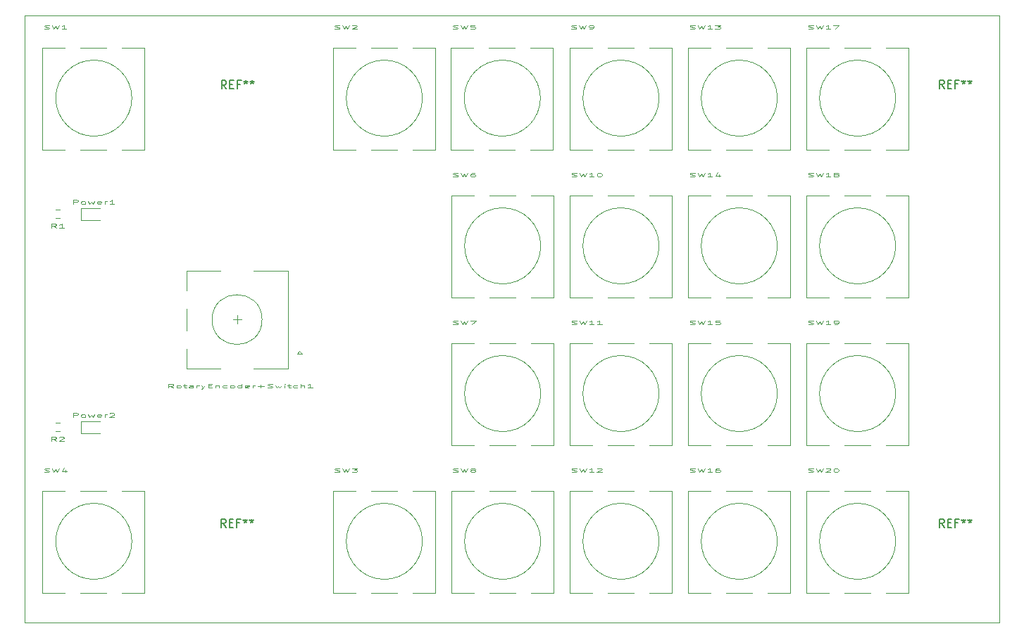
<source format=gbr>
%TF.GenerationSoftware,KiCad,Pcbnew,(6.0.7)*%
%TF.CreationDate,2022-10-17T13:11:33-04:00*%
%TF.ProjectId,FrontPanel,46726f6e-7450-4616-9e65-6c2e6b696361,rev?*%
%TF.SameCoordinates,Original*%
%TF.FileFunction,Legend,Top*%
%TF.FilePolarity,Positive*%
%FSLAX46Y46*%
G04 Gerber Fmt 4.6, Leading zero omitted, Abs format (unit mm)*
G04 Created by KiCad (PCBNEW (6.0.7)) date 2022-10-17 13:11:33*
%MOMM*%
%LPD*%
G01*
G04 APERTURE LIST*
%TA.AperFunction,Profile*%
%ADD10C,0.100000*%
%TD*%
%ADD11C,0.125000*%
%ADD12C,0.150000*%
%ADD13C,0.120000*%
G04 APERTURE END LIST*
D10*
X156870400Y-13335000D02*
X274066000Y-13335000D01*
X274066000Y-13335000D02*
X274066000Y-86360000D01*
X274066000Y-86360000D02*
X156870400Y-86360000D01*
X156870400Y-86360000D02*
X156870400Y-13335000D01*
D11*
%TO.C,SW10*%
X222624876Y-32714380D02*
X222767733Y-32738190D01*
X223005828Y-32738190D01*
X223101066Y-32714380D01*
X223148685Y-32690571D01*
X223196304Y-32642952D01*
X223196304Y-32595333D01*
X223148685Y-32547714D01*
X223101066Y-32523904D01*
X223005828Y-32500095D01*
X222815352Y-32476285D01*
X222720114Y-32452476D01*
X222672495Y-32428666D01*
X222624876Y-32381047D01*
X222624876Y-32333428D01*
X222672495Y-32285809D01*
X222720114Y-32262000D01*
X222815352Y-32238190D01*
X223053447Y-32238190D01*
X223196304Y-32262000D01*
X223529638Y-32238190D02*
X223767733Y-32738190D01*
X223958209Y-32381047D01*
X224148685Y-32738190D01*
X224386780Y-32238190D01*
X225291542Y-32738190D02*
X224720114Y-32738190D01*
X225005828Y-32738190D02*
X225005828Y-32238190D01*
X224910590Y-32309619D01*
X224815352Y-32357238D01*
X224720114Y-32381047D01*
X225910590Y-32238190D02*
X226005828Y-32238190D01*
X226101066Y-32262000D01*
X226148685Y-32285809D01*
X226196304Y-32333428D01*
X226243923Y-32428666D01*
X226243923Y-32547714D01*
X226196304Y-32642952D01*
X226148685Y-32690571D01*
X226101066Y-32714380D01*
X226005828Y-32738190D01*
X225910590Y-32738190D01*
X225815352Y-32714380D01*
X225767733Y-32690571D01*
X225720114Y-32642952D01*
X225672495Y-32547714D01*
X225672495Y-32428666D01*
X225720114Y-32333428D01*
X225767733Y-32285809D01*
X225815352Y-32262000D01*
X225910590Y-32238190D01*
%TO.C,SW13*%
X236848876Y-14934380D02*
X236991733Y-14958190D01*
X237229828Y-14958190D01*
X237325066Y-14934380D01*
X237372685Y-14910571D01*
X237420304Y-14862952D01*
X237420304Y-14815333D01*
X237372685Y-14767714D01*
X237325066Y-14743904D01*
X237229828Y-14720095D01*
X237039352Y-14696285D01*
X236944114Y-14672476D01*
X236896495Y-14648666D01*
X236848876Y-14601047D01*
X236848876Y-14553428D01*
X236896495Y-14505809D01*
X236944114Y-14482000D01*
X237039352Y-14458190D01*
X237277447Y-14458190D01*
X237420304Y-14482000D01*
X237753638Y-14458190D02*
X237991733Y-14958190D01*
X238182209Y-14601047D01*
X238372685Y-14958190D01*
X238610780Y-14458190D01*
X239515542Y-14958190D02*
X238944114Y-14958190D01*
X239229828Y-14958190D02*
X239229828Y-14458190D01*
X239134590Y-14529619D01*
X239039352Y-14577238D01*
X238944114Y-14601047D01*
X239848876Y-14458190D02*
X240467923Y-14458190D01*
X240134590Y-14648666D01*
X240277447Y-14648666D01*
X240372685Y-14672476D01*
X240420304Y-14696285D01*
X240467923Y-14743904D01*
X240467923Y-14862952D01*
X240420304Y-14910571D01*
X240372685Y-14934380D01*
X240277447Y-14958190D01*
X239991733Y-14958190D01*
X239896495Y-14934380D01*
X239848876Y-14910571D01*
%TO.C,SW7*%
X208369066Y-50494380D02*
X208511923Y-50518190D01*
X208750019Y-50518190D01*
X208845257Y-50494380D01*
X208892876Y-50470571D01*
X208940495Y-50422952D01*
X208940495Y-50375333D01*
X208892876Y-50327714D01*
X208845257Y-50303904D01*
X208750019Y-50280095D01*
X208559542Y-50256285D01*
X208464304Y-50232476D01*
X208416685Y-50208666D01*
X208369066Y-50161047D01*
X208369066Y-50113428D01*
X208416685Y-50065809D01*
X208464304Y-50042000D01*
X208559542Y-50018190D01*
X208797638Y-50018190D01*
X208940495Y-50042000D01*
X209273828Y-50018190D02*
X209511923Y-50518190D01*
X209702400Y-50161047D01*
X209892876Y-50518190D01*
X210130971Y-50018190D01*
X210416685Y-50018190D02*
X211083352Y-50018190D01*
X210654780Y-50518190D01*
%TO.C,SW5*%
X208329066Y-14934380D02*
X208471923Y-14958190D01*
X208710019Y-14958190D01*
X208805257Y-14934380D01*
X208852876Y-14910571D01*
X208900495Y-14862952D01*
X208900495Y-14815333D01*
X208852876Y-14767714D01*
X208805257Y-14743904D01*
X208710019Y-14720095D01*
X208519542Y-14696285D01*
X208424304Y-14672476D01*
X208376685Y-14648666D01*
X208329066Y-14601047D01*
X208329066Y-14553428D01*
X208376685Y-14505809D01*
X208424304Y-14482000D01*
X208519542Y-14458190D01*
X208757638Y-14458190D01*
X208900495Y-14482000D01*
X209233828Y-14458190D02*
X209471923Y-14958190D01*
X209662400Y-14601047D01*
X209852876Y-14958190D01*
X210090971Y-14458190D01*
X210948114Y-14458190D02*
X210471923Y-14458190D01*
X210424304Y-14696285D01*
X210471923Y-14672476D01*
X210567161Y-14648666D01*
X210805257Y-14648666D01*
X210900495Y-14672476D01*
X210948114Y-14696285D01*
X210995733Y-14743904D01*
X210995733Y-14862952D01*
X210948114Y-14910571D01*
X210900495Y-14934380D01*
X210805257Y-14958190D01*
X210567161Y-14958190D01*
X210471923Y-14934380D01*
X210424304Y-14910571D01*
%TO.C,SW15*%
X236848876Y-50494380D02*
X236991733Y-50518190D01*
X237229828Y-50518190D01*
X237325066Y-50494380D01*
X237372685Y-50470571D01*
X237420304Y-50422952D01*
X237420304Y-50375333D01*
X237372685Y-50327714D01*
X237325066Y-50303904D01*
X237229828Y-50280095D01*
X237039352Y-50256285D01*
X236944114Y-50232476D01*
X236896495Y-50208666D01*
X236848876Y-50161047D01*
X236848876Y-50113428D01*
X236896495Y-50065809D01*
X236944114Y-50042000D01*
X237039352Y-50018190D01*
X237277447Y-50018190D01*
X237420304Y-50042000D01*
X237753638Y-50018190D02*
X237991733Y-50518190D01*
X238182209Y-50161047D01*
X238372685Y-50518190D01*
X238610780Y-50018190D01*
X239515542Y-50518190D02*
X238944114Y-50518190D01*
X239229828Y-50518190D02*
X239229828Y-50018190D01*
X239134590Y-50089619D01*
X239039352Y-50137238D01*
X238944114Y-50161047D01*
X240420304Y-50018190D02*
X239944114Y-50018190D01*
X239896495Y-50256285D01*
X239944114Y-50232476D01*
X240039352Y-50208666D01*
X240277447Y-50208666D01*
X240372685Y-50232476D01*
X240420304Y-50256285D01*
X240467923Y-50303904D01*
X240467923Y-50422952D01*
X240420304Y-50470571D01*
X240372685Y-50494380D01*
X240277447Y-50518190D01*
X240039352Y-50518190D01*
X239944114Y-50494380D01*
X239896495Y-50470571D01*
%TO.C,SW17*%
X251072876Y-14934380D02*
X251215733Y-14958190D01*
X251453828Y-14958190D01*
X251549066Y-14934380D01*
X251596685Y-14910571D01*
X251644304Y-14862952D01*
X251644304Y-14815333D01*
X251596685Y-14767714D01*
X251549066Y-14743904D01*
X251453828Y-14720095D01*
X251263352Y-14696285D01*
X251168114Y-14672476D01*
X251120495Y-14648666D01*
X251072876Y-14601047D01*
X251072876Y-14553428D01*
X251120495Y-14505809D01*
X251168114Y-14482000D01*
X251263352Y-14458190D01*
X251501447Y-14458190D01*
X251644304Y-14482000D01*
X251977638Y-14458190D02*
X252215733Y-14958190D01*
X252406209Y-14601047D01*
X252596685Y-14958190D01*
X252834780Y-14458190D01*
X253739542Y-14958190D02*
X253168114Y-14958190D01*
X253453828Y-14958190D02*
X253453828Y-14458190D01*
X253358590Y-14529619D01*
X253263352Y-14577238D01*
X253168114Y-14601047D01*
X254072876Y-14458190D02*
X254739542Y-14458190D01*
X254310971Y-14958190D01*
%TO.C,SW6*%
X208369066Y-32714380D02*
X208511923Y-32738190D01*
X208750019Y-32738190D01*
X208845257Y-32714380D01*
X208892876Y-32690571D01*
X208940495Y-32642952D01*
X208940495Y-32595333D01*
X208892876Y-32547714D01*
X208845257Y-32523904D01*
X208750019Y-32500095D01*
X208559542Y-32476285D01*
X208464304Y-32452476D01*
X208416685Y-32428666D01*
X208369066Y-32381047D01*
X208369066Y-32333428D01*
X208416685Y-32285809D01*
X208464304Y-32262000D01*
X208559542Y-32238190D01*
X208797638Y-32238190D01*
X208940495Y-32262000D01*
X209273828Y-32238190D02*
X209511923Y-32738190D01*
X209702400Y-32381047D01*
X209892876Y-32738190D01*
X210130971Y-32238190D01*
X210940495Y-32238190D02*
X210750019Y-32238190D01*
X210654780Y-32262000D01*
X210607161Y-32285809D01*
X210511923Y-32357238D01*
X210464304Y-32452476D01*
X210464304Y-32642952D01*
X210511923Y-32690571D01*
X210559542Y-32714380D01*
X210654780Y-32738190D01*
X210845257Y-32738190D01*
X210940495Y-32714380D01*
X210988114Y-32690571D01*
X211035733Y-32642952D01*
X211035733Y-32523904D01*
X210988114Y-32476285D01*
X210940495Y-32452476D01*
X210845257Y-32428666D01*
X210654780Y-32428666D01*
X210559542Y-32452476D01*
X210511923Y-32476285D01*
X210464304Y-32523904D01*
%TO.C,SW18*%
X251072876Y-32714380D02*
X251215733Y-32738190D01*
X251453828Y-32738190D01*
X251549066Y-32714380D01*
X251596685Y-32690571D01*
X251644304Y-32642952D01*
X251644304Y-32595333D01*
X251596685Y-32547714D01*
X251549066Y-32523904D01*
X251453828Y-32500095D01*
X251263352Y-32476285D01*
X251168114Y-32452476D01*
X251120495Y-32428666D01*
X251072876Y-32381047D01*
X251072876Y-32333428D01*
X251120495Y-32285809D01*
X251168114Y-32262000D01*
X251263352Y-32238190D01*
X251501447Y-32238190D01*
X251644304Y-32262000D01*
X251977638Y-32238190D02*
X252215733Y-32738190D01*
X252406209Y-32381047D01*
X252596685Y-32738190D01*
X252834780Y-32238190D01*
X253739542Y-32738190D02*
X253168114Y-32738190D01*
X253453828Y-32738190D02*
X253453828Y-32238190D01*
X253358590Y-32309619D01*
X253263352Y-32357238D01*
X253168114Y-32381047D01*
X254310971Y-32452476D02*
X254215733Y-32428666D01*
X254168114Y-32404857D01*
X254120495Y-32357238D01*
X254120495Y-32333428D01*
X254168114Y-32285809D01*
X254215733Y-32262000D01*
X254310971Y-32238190D01*
X254501447Y-32238190D01*
X254596685Y-32262000D01*
X254644304Y-32285809D01*
X254691923Y-32333428D01*
X254691923Y-32357238D01*
X254644304Y-32404857D01*
X254596685Y-32428666D01*
X254501447Y-32452476D01*
X254310971Y-32452476D01*
X254215733Y-32476285D01*
X254168114Y-32500095D01*
X254120495Y-32547714D01*
X254120495Y-32642952D01*
X254168114Y-32690571D01*
X254215733Y-32714380D01*
X254310971Y-32738190D01*
X254501447Y-32738190D01*
X254596685Y-32714380D01*
X254644304Y-32690571D01*
X254691923Y-32642952D01*
X254691923Y-32547714D01*
X254644304Y-32500095D01*
X254596685Y-32476285D01*
X254501447Y-32452476D01*
%TO.C,SW20*%
X251072876Y-68274380D02*
X251215733Y-68298190D01*
X251453828Y-68298190D01*
X251549066Y-68274380D01*
X251596685Y-68250571D01*
X251644304Y-68202952D01*
X251644304Y-68155333D01*
X251596685Y-68107714D01*
X251549066Y-68083904D01*
X251453828Y-68060095D01*
X251263352Y-68036285D01*
X251168114Y-68012476D01*
X251120495Y-67988666D01*
X251072876Y-67941047D01*
X251072876Y-67893428D01*
X251120495Y-67845809D01*
X251168114Y-67822000D01*
X251263352Y-67798190D01*
X251501447Y-67798190D01*
X251644304Y-67822000D01*
X251977638Y-67798190D02*
X252215733Y-68298190D01*
X252406209Y-67941047D01*
X252596685Y-68298190D01*
X252834780Y-67798190D01*
X253168114Y-67845809D02*
X253215733Y-67822000D01*
X253310971Y-67798190D01*
X253549066Y-67798190D01*
X253644304Y-67822000D01*
X253691923Y-67845809D01*
X253739542Y-67893428D01*
X253739542Y-67941047D01*
X253691923Y-68012476D01*
X253120495Y-68298190D01*
X253739542Y-68298190D01*
X254358590Y-67798190D02*
X254453828Y-67798190D01*
X254549066Y-67822000D01*
X254596685Y-67845809D01*
X254644304Y-67893428D01*
X254691923Y-67988666D01*
X254691923Y-68107714D01*
X254644304Y-68202952D01*
X254596685Y-68250571D01*
X254549066Y-68274380D01*
X254453828Y-68298190D01*
X254358590Y-68298190D01*
X254263352Y-68274380D01*
X254215733Y-68250571D01*
X254168114Y-68202952D01*
X254120495Y-68107714D01*
X254120495Y-67988666D01*
X254168114Y-67893428D01*
X254215733Y-67845809D01*
X254263352Y-67822000D01*
X254358590Y-67798190D01*
%TO.C,SW3*%
X194145066Y-68274380D02*
X194287923Y-68298190D01*
X194526019Y-68298190D01*
X194621257Y-68274380D01*
X194668876Y-68250571D01*
X194716495Y-68202952D01*
X194716495Y-68155333D01*
X194668876Y-68107714D01*
X194621257Y-68083904D01*
X194526019Y-68060095D01*
X194335542Y-68036285D01*
X194240304Y-68012476D01*
X194192685Y-67988666D01*
X194145066Y-67941047D01*
X194145066Y-67893428D01*
X194192685Y-67845809D01*
X194240304Y-67822000D01*
X194335542Y-67798190D01*
X194573638Y-67798190D01*
X194716495Y-67822000D01*
X195049828Y-67798190D02*
X195287923Y-68298190D01*
X195478400Y-67941047D01*
X195668876Y-68298190D01*
X195906971Y-67798190D01*
X196192685Y-67798190D02*
X196811733Y-67798190D01*
X196478400Y-67988666D01*
X196621257Y-67988666D01*
X196716495Y-68012476D01*
X196764114Y-68036285D01*
X196811733Y-68083904D01*
X196811733Y-68202952D01*
X196764114Y-68250571D01*
X196716495Y-68274380D01*
X196621257Y-68298190D01*
X196335542Y-68298190D01*
X196240304Y-68274380D01*
X196192685Y-68250571D01*
%TO.C,SW9*%
X222593066Y-14934380D02*
X222735923Y-14958190D01*
X222974019Y-14958190D01*
X223069257Y-14934380D01*
X223116876Y-14910571D01*
X223164495Y-14862952D01*
X223164495Y-14815333D01*
X223116876Y-14767714D01*
X223069257Y-14743904D01*
X222974019Y-14720095D01*
X222783542Y-14696285D01*
X222688304Y-14672476D01*
X222640685Y-14648666D01*
X222593066Y-14601047D01*
X222593066Y-14553428D01*
X222640685Y-14505809D01*
X222688304Y-14482000D01*
X222783542Y-14458190D01*
X223021638Y-14458190D01*
X223164495Y-14482000D01*
X223497828Y-14458190D02*
X223735923Y-14958190D01*
X223926400Y-14601047D01*
X224116876Y-14958190D01*
X224354971Y-14458190D01*
X224783542Y-14958190D02*
X224974019Y-14958190D01*
X225069257Y-14934380D01*
X225116876Y-14910571D01*
X225212114Y-14839142D01*
X225259733Y-14743904D01*
X225259733Y-14553428D01*
X225212114Y-14505809D01*
X225164495Y-14482000D01*
X225069257Y-14458190D01*
X224878780Y-14458190D01*
X224783542Y-14482000D01*
X224735923Y-14505809D01*
X224688304Y-14553428D01*
X224688304Y-14672476D01*
X224735923Y-14720095D01*
X224783542Y-14743904D01*
X224878780Y-14767714D01*
X225069257Y-14767714D01*
X225164495Y-14743904D01*
X225212114Y-14720095D01*
X225259733Y-14672476D01*
%TO.C,R1*%
X160640733Y-38867190D02*
X160307400Y-38629095D01*
X160069304Y-38867190D02*
X160069304Y-38367190D01*
X160450257Y-38367190D01*
X160545495Y-38391000D01*
X160593114Y-38414809D01*
X160640733Y-38462428D01*
X160640733Y-38533857D01*
X160593114Y-38581476D01*
X160545495Y-38605285D01*
X160450257Y-38629095D01*
X160069304Y-38629095D01*
X161593114Y-38867190D02*
X161021685Y-38867190D01*
X161307400Y-38867190D02*
X161307400Y-38367190D01*
X161212161Y-38438619D01*
X161116923Y-38486238D01*
X161021685Y-38510047D01*
%TO.C,SW14*%
X236848876Y-32714380D02*
X236991733Y-32738190D01*
X237229828Y-32738190D01*
X237325066Y-32714380D01*
X237372685Y-32690571D01*
X237420304Y-32642952D01*
X237420304Y-32595333D01*
X237372685Y-32547714D01*
X237325066Y-32523904D01*
X237229828Y-32500095D01*
X237039352Y-32476285D01*
X236944114Y-32452476D01*
X236896495Y-32428666D01*
X236848876Y-32381047D01*
X236848876Y-32333428D01*
X236896495Y-32285809D01*
X236944114Y-32262000D01*
X237039352Y-32238190D01*
X237277447Y-32238190D01*
X237420304Y-32262000D01*
X237753638Y-32238190D02*
X237991733Y-32738190D01*
X238182209Y-32381047D01*
X238372685Y-32738190D01*
X238610780Y-32238190D01*
X239515542Y-32738190D02*
X238944114Y-32738190D01*
X239229828Y-32738190D02*
X239229828Y-32238190D01*
X239134590Y-32309619D01*
X239039352Y-32357238D01*
X238944114Y-32381047D01*
X240372685Y-32404857D02*
X240372685Y-32738190D01*
X240134590Y-32214380D02*
X239896495Y-32571523D01*
X240515542Y-32571523D01*
%TO.C,Power1*%
X162673019Y-36007190D02*
X162673019Y-35507190D01*
X163053971Y-35507190D01*
X163149209Y-35531000D01*
X163196828Y-35554809D01*
X163244447Y-35602428D01*
X163244447Y-35673857D01*
X163196828Y-35721476D01*
X163149209Y-35745285D01*
X163053971Y-35769095D01*
X162673019Y-35769095D01*
X163815876Y-36007190D02*
X163720638Y-35983380D01*
X163673019Y-35959571D01*
X163625400Y-35911952D01*
X163625400Y-35769095D01*
X163673019Y-35721476D01*
X163720638Y-35697666D01*
X163815876Y-35673857D01*
X163958733Y-35673857D01*
X164053971Y-35697666D01*
X164101590Y-35721476D01*
X164149209Y-35769095D01*
X164149209Y-35911952D01*
X164101590Y-35959571D01*
X164053971Y-35983380D01*
X163958733Y-36007190D01*
X163815876Y-36007190D01*
X164482542Y-35673857D02*
X164673019Y-36007190D01*
X164863495Y-35769095D01*
X165053971Y-36007190D01*
X165244447Y-35673857D01*
X166006352Y-35983380D02*
X165911114Y-36007190D01*
X165720638Y-36007190D01*
X165625400Y-35983380D01*
X165577780Y-35935761D01*
X165577780Y-35745285D01*
X165625400Y-35697666D01*
X165720638Y-35673857D01*
X165911114Y-35673857D01*
X166006352Y-35697666D01*
X166053971Y-35745285D01*
X166053971Y-35792904D01*
X165577780Y-35840523D01*
X166482542Y-36007190D02*
X166482542Y-35673857D01*
X166482542Y-35769095D02*
X166530161Y-35721476D01*
X166577780Y-35697666D01*
X166673019Y-35673857D01*
X166768257Y-35673857D01*
X167625400Y-36007190D02*
X167053971Y-36007190D01*
X167339685Y-36007190D02*
X167339685Y-35507190D01*
X167244447Y-35578619D01*
X167149209Y-35626238D01*
X167053971Y-35650047D01*
D12*
%TO.C,REF\u002A\u002A*%
X267398666Y-22076380D02*
X267065333Y-21600190D01*
X266827238Y-22076380D02*
X266827238Y-21076380D01*
X267208190Y-21076380D01*
X267303428Y-21124000D01*
X267351047Y-21171619D01*
X267398666Y-21266857D01*
X267398666Y-21409714D01*
X267351047Y-21504952D01*
X267303428Y-21552571D01*
X267208190Y-21600190D01*
X266827238Y-21600190D01*
X267827238Y-21552571D02*
X268160571Y-21552571D01*
X268303428Y-22076380D02*
X267827238Y-22076380D01*
X267827238Y-21076380D01*
X268303428Y-21076380D01*
X269065333Y-21552571D02*
X268732000Y-21552571D01*
X268732000Y-22076380D02*
X268732000Y-21076380D01*
X269208190Y-21076380D01*
X269732000Y-21076380D02*
X269732000Y-21314476D01*
X269493904Y-21219238D02*
X269732000Y-21314476D01*
X269970095Y-21219238D01*
X269589142Y-21504952D02*
X269732000Y-21314476D01*
X269874857Y-21504952D01*
X270493904Y-21076380D02*
X270493904Y-21314476D01*
X270255809Y-21219238D02*
X270493904Y-21314476D01*
X270732000Y-21219238D01*
X270351047Y-21504952D02*
X270493904Y-21314476D01*
X270636761Y-21504952D01*
D11*
%TO.C,Power2*%
X162673019Y-61661190D02*
X162673019Y-61161190D01*
X163053971Y-61161190D01*
X163149209Y-61185000D01*
X163196828Y-61208809D01*
X163244447Y-61256428D01*
X163244447Y-61327857D01*
X163196828Y-61375476D01*
X163149209Y-61399285D01*
X163053971Y-61423095D01*
X162673019Y-61423095D01*
X163815876Y-61661190D02*
X163720638Y-61637380D01*
X163673019Y-61613571D01*
X163625400Y-61565952D01*
X163625400Y-61423095D01*
X163673019Y-61375476D01*
X163720638Y-61351666D01*
X163815876Y-61327857D01*
X163958733Y-61327857D01*
X164053971Y-61351666D01*
X164101590Y-61375476D01*
X164149209Y-61423095D01*
X164149209Y-61565952D01*
X164101590Y-61613571D01*
X164053971Y-61637380D01*
X163958733Y-61661190D01*
X163815876Y-61661190D01*
X164482542Y-61327857D02*
X164673019Y-61661190D01*
X164863495Y-61423095D01*
X165053971Y-61661190D01*
X165244447Y-61327857D01*
X166006352Y-61637380D02*
X165911114Y-61661190D01*
X165720638Y-61661190D01*
X165625400Y-61637380D01*
X165577780Y-61589761D01*
X165577780Y-61399285D01*
X165625400Y-61351666D01*
X165720638Y-61327857D01*
X165911114Y-61327857D01*
X166006352Y-61351666D01*
X166053971Y-61399285D01*
X166053971Y-61446904D01*
X165577780Y-61494523D01*
X166482542Y-61661190D02*
X166482542Y-61327857D01*
X166482542Y-61423095D02*
X166530161Y-61375476D01*
X166577780Y-61351666D01*
X166673019Y-61327857D01*
X166768257Y-61327857D01*
X167053971Y-61208809D02*
X167101590Y-61185000D01*
X167196828Y-61161190D01*
X167434923Y-61161190D01*
X167530161Y-61185000D01*
X167577780Y-61208809D01*
X167625400Y-61256428D01*
X167625400Y-61304047D01*
X167577780Y-61375476D01*
X167006352Y-61661190D01*
X167625400Y-61661190D01*
%TO.C,SW19*%
X251072876Y-50494380D02*
X251215733Y-50518190D01*
X251453828Y-50518190D01*
X251549066Y-50494380D01*
X251596685Y-50470571D01*
X251644304Y-50422952D01*
X251644304Y-50375333D01*
X251596685Y-50327714D01*
X251549066Y-50303904D01*
X251453828Y-50280095D01*
X251263352Y-50256285D01*
X251168114Y-50232476D01*
X251120495Y-50208666D01*
X251072876Y-50161047D01*
X251072876Y-50113428D01*
X251120495Y-50065809D01*
X251168114Y-50042000D01*
X251263352Y-50018190D01*
X251501447Y-50018190D01*
X251644304Y-50042000D01*
X251977638Y-50018190D02*
X252215733Y-50518190D01*
X252406209Y-50161047D01*
X252596685Y-50518190D01*
X252834780Y-50018190D01*
X253739542Y-50518190D02*
X253168114Y-50518190D01*
X253453828Y-50518190D02*
X253453828Y-50018190D01*
X253358590Y-50089619D01*
X253263352Y-50137238D01*
X253168114Y-50161047D01*
X254215733Y-50518190D02*
X254406209Y-50518190D01*
X254501447Y-50494380D01*
X254549066Y-50470571D01*
X254644304Y-50399142D01*
X254691923Y-50303904D01*
X254691923Y-50113428D01*
X254644304Y-50065809D01*
X254596685Y-50042000D01*
X254501447Y-50018190D01*
X254310971Y-50018190D01*
X254215733Y-50042000D01*
X254168114Y-50065809D01*
X254120495Y-50113428D01*
X254120495Y-50232476D01*
X254168114Y-50280095D01*
X254215733Y-50303904D01*
X254310971Y-50327714D01*
X254501447Y-50327714D01*
X254596685Y-50303904D01*
X254644304Y-50280095D01*
X254691923Y-50232476D01*
%TO.C,SW8*%
X208369066Y-68274380D02*
X208511923Y-68298190D01*
X208750019Y-68298190D01*
X208845257Y-68274380D01*
X208892876Y-68250571D01*
X208940495Y-68202952D01*
X208940495Y-68155333D01*
X208892876Y-68107714D01*
X208845257Y-68083904D01*
X208750019Y-68060095D01*
X208559542Y-68036285D01*
X208464304Y-68012476D01*
X208416685Y-67988666D01*
X208369066Y-67941047D01*
X208369066Y-67893428D01*
X208416685Y-67845809D01*
X208464304Y-67822000D01*
X208559542Y-67798190D01*
X208797638Y-67798190D01*
X208940495Y-67822000D01*
X209273828Y-67798190D02*
X209511923Y-68298190D01*
X209702400Y-67941047D01*
X209892876Y-68298190D01*
X210130971Y-67798190D01*
X210654780Y-68012476D02*
X210559542Y-67988666D01*
X210511923Y-67964857D01*
X210464304Y-67917238D01*
X210464304Y-67893428D01*
X210511923Y-67845809D01*
X210559542Y-67822000D01*
X210654780Y-67798190D01*
X210845257Y-67798190D01*
X210940495Y-67822000D01*
X210988114Y-67845809D01*
X211035733Y-67893428D01*
X211035733Y-67917238D01*
X210988114Y-67964857D01*
X210940495Y-67988666D01*
X210845257Y-68012476D01*
X210654780Y-68012476D01*
X210559542Y-68036285D01*
X210511923Y-68060095D01*
X210464304Y-68107714D01*
X210464304Y-68202952D01*
X210511923Y-68250571D01*
X210559542Y-68274380D01*
X210654780Y-68298190D01*
X210845257Y-68298190D01*
X210940495Y-68274380D01*
X210988114Y-68250571D01*
X211035733Y-68202952D01*
X211035733Y-68107714D01*
X210988114Y-68060095D01*
X210940495Y-68036285D01*
X210845257Y-68012476D01*
D12*
%TO.C,REF\u002A\u002A*%
X181038666Y-74908380D02*
X180705333Y-74432190D01*
X180467238Y-74908380D02*
X180467238Y-73908380D01*
X180848190Y-73908380D01*
X180943428Y-73956000D01*
X180991047Y-74003619D01*
X181038666Y-74098857D01*
X181038666Y-74241714D01*
X180991047Y-74336952D01*
X180943428Y-74384571D01*
X180848190Y-74432190D01*
X180467238Y-74432190D01*
X181467238Y-74384571D02*
X181800571Y-74384571D01*
X181943428Y-74908380D02*
X181467238Y-74908380D01*
X181467238Y-73908380D01*
X181943428Y-73908380D01*
X182705333Y-74384571D02*
X182372000Y-74384571D01*
X182372000Y-74908380D02*
X182372000Y-73908380D01*
X182848190Y-73908380D01*
X183372000Y-73908380D02*
X183372000Y-74146476D01*
X183133904Y-74051238D02*
X183372000Y-74146476D01*
X183610095Y-74051238D01*
X183229142Y-74336952D02*
X183372000Y-74146476D01*
X183514857Y-74336952D01*
X184133904Y-73908380D02*
X184133904Y-74146476D01*
X183895809Y-74051238D02*
X184133904Y-74146476D01*
X184372000Y-74051238D01*
X183991047Y-74336952D02*
X184133904Y-74146476D01*
X184276761Y-74336952D01*
D11*
%TO.C,SW16*%
X236848876Y-68274380D02*
X236991733Y-68298190D01*
X237229828Y-68298190D01*
X237325066Y-68274380D01*
X237372685Y-68250571D01*
X237420304Y-68202952D01*
X237420304Y-68155333D01*
X237372685Y-68107714D01*
X237325066Y-68083904D01*
X237229828Y-68060095D01*
X237039352Y-68036285D01*
X236944114Y-68012476D01*
X236896495Y-67988666D01*
X236848876Y-67941047D01*
X236848876Y-67893428D01*
X236896495Y-67845809D01*
X236944114Y-67822000D01*
X237039352Y-67798190D01*
X237277447Y-67798190D01*
X237420304Y-67822000D01*
X237753638Y-67798190D02*
X237991733Y-68298190D01*
X238182209Y-67941047D01*
X238372685Y-68298190D01*
X238610780Y-67798190D01*
X239515542Y-68298190D02*
X238944114Y-68298190D01*
X239229828Y-68298190D02*
X239229828Y-67798190D01*
X239134590Y-67869619D01*
X239039352Y-67917238D01*
X238944114Y-67941047D01*
X240372685Y-67798190D02*
X240182209Y-67798190D01*
X240086971Y-67822000D01*
X240039352Y-67845809D01*
X239944114Y-67917238D01*
X239896495Y-68012476D01*
X239896495Y-68202952D01*
X239944114Y-68250571D01*
X239991733Y-68274380D01*
X240086971Y-68298190D01*
X240277447Y-68298190D01*
X240372685Y-68274380D01*
X240420304Y-68250571D01*
X240467923Y-68202952D01*
X240467923Y-68083904D01*
X240420304Y-68036285D01*
X240372685Y-68012476D01*
X240277447Y-67988666D01*
X240086971Y-67988666D01*
X239991733Y-68012476D01*
X239944114Y-68036285D01*
X239896495Y-68083904D01*
%TO.C,RotaryEncoder+Switch1*%
X174730780Y-58138190D02*
X174397447Y-57900095D01*
X174159352Y-58138190D02*
X174159352Y-57638190D01*
X174540304Y-57638190D01*
X174635542Y-57662000D01*
X174683161Y-57685809D01*
X174730780Y-57733428D01*
X174730780Y-57804857D01*
X174683161Y-57852476D01*
X174635542Y-57876285D01*
X174540304Y-57900095D01*
X174159352Y-57900095D01*
X175302209Y-58138190D02*
X175206971Y-58114380D01*
X175159352Y-58090571D01*
X175111733Y-58042952D01*
X175111733Y-57900095D01*
X175159352Y-57852476D01*
X175206971Y-57828666D01*
X175302209Y-57804857D01*
X175445066Y-57804857D01*
X175540304Y-57828666D01*
X175587923Y-57852476D01*
X175635542Y-57900095D01*
X175635542Y-58042952D01*
X175587923Y-58090571D01*
X175540304Y-58114380D01*
X175445066Y-58138190D01*
X175302209Y-58138190D01*
X175921257Y-57804857D02*
X176302209Y-57804857D01*
X176064114Y-57638190D02*
X176064114Y-58066761D01*
X176111733Y-58114380D01*
X176206971Y-58138190D01*
X176302209Y-58138190D01*
X177064114Y-58138190D02*
X177064114Y-57876285D01*
X177016495Y-57828666D01*
X176921257Y-57804857D01*
X176730780Y-57804857D01*
X176635542Y-57828666D01*
X177064114Y-58114380D02*
X176968876Y-58138190D01*
X176730780Y-58138190D01*
X176635542Y-58114380D01*
X176587923Y-58066761D01*
X176587923Y-58019142D01*
X176635542Y-57971523D01*
X176730780Y-57947714D01*
X176968876Y-57947714D01*
X177064114Y-57923904D01*
X177540304Y-58138190D02*
X177540304Y-57804857D01*
X177540304Y-57900095D02*
X177587923Y-57852476D01*
X177635542Y-57828666D01*
X177730780Y-57804857D01*
X177826019Y-57804857D01*
X178064114Y-57804857D02*
X178302209Y-58138190D01*
X178540304Y-57804857D02*
X178302209Y-58138190D01*
X178206971Y-58257238D01*
X178159352Y-58281047D01*
X178064114Y-58304857D01*
X178921257Y-57876285D02*
X179254590Y-57876285D01*
X179397447Y-58138190D02*
X178921257Y-58138190D01*
X178921257Y-57638190D01*
X179397447Y-57638190D01*
X179826019Y-57804857D02*
X179826019Y-58138190D01*
X179826019Y-57852476D02*
X179873638Y-57828666D01*
X179968876Y-57804857D01*
X180111733Y-57804857D01*
X180206971Y-57828666D01*
X180254590Y-57876285D01*
X180254590Y-58138190D01*
X181159352Y-58114380D02*
X181064114Y-58138190D01*
X180873638Y-58138190D01*
X180778400Y-58114380D01*
X180730780Y-58090571D01*
X180683161Y-58042952D01*
X180683161Y-57900095D01*
X180730780Y-57852476D01*
X180778400Y-57828666D01*
X180873638Y-57804857D01*
X181064114Y-57804857D01*
X181159352Y-57828666D01*
X181730780Y-58138190D02*
X181635542Y-58114380D01*
X181587923Y-58090571D01*
X181540304Y-58042952D01*
X181540304Y-57900095D01*
X181587923Y-57852476D01*
X181635542Y-57828666D01*
X181730780Y-57804857D01*
X181873638Y-57804857D01*
X181968876Y-57828666D01*
X182016495Y-57852476D01*
X182064114Y-57900095D01*
X182064114Y-58042952D01*
X182016495Y-58090571D01*
X181968876Y-58114380D01*
X181873638Y-58138190D01*
X181730780Y-58138190D01*
X182921257Y-58138190D02*
X182921257Y-57638190D01*
X182921257Y-58114380D02*
X182826019Y-58138190D01*
X182635542Y-58138190D01*
X182540304Y-58114380D01*
X182492685Y-58090571D01*
X182445066Y-58042952D01*
X182445066Y-57900095D01*
X182492685Y-57852476D01*
X182540304Y-57828666D01*
X182635542Y-57804857D01*
X182826019Y-57804857D01*
X182921257Y-57828666D01*
X183778400Y-58114380D02*
X183683161Y-58138190D01*
X183492685Y-58138190D01*
X183397447Y-58114380D01*
X183349828Y-58066761D01*
X183349828Y-57876285D01*
X183397447Y-57828666D01*
X183492685Y-57804857D01*
X183683161Y-57804857D01*
X183778400Y-57828666D01*
X183826019Y-57876285D01*
X183826019Y-57923904D01*
X183349828Y-57971523D01*
X184254590Y-58138190D02*
X184254590Y-57804857D01*
X184254590Y-57900095D02*
X184302209Y-57852476D01*
X184349828Y-57828666D01*
X184445066Y-57804857D01*
X184540304Y-57804857D01*
X184873638Y-57947714D02*
X185635542Y-57947714D01*
X185254590Y-58138190D02*
X185254590Y-57757238D01*
X186064114Y-58114380D02*
X186206971Y-58138190D01*
X186445066Y-58138190D01*
X186540304Y-58114380D01*
X186587923Y-58090571D01*
X186635542Y-58042952D01*
X186635542Y-57995333D01*
X186587923Y-57947714D01*
X186540304Y-57923904D01*
X186445066Y-57900095D01*
X186254590Y-57876285D01*
X186159352Y-57852476D01*
X186111733Y-57828666D01*
X186064114Y-57781047D01*
X186064114Y-57733428D01*
X186111733Y-57685809D01*
X186159352Y-57662000D01*
X186254590Y-57638190D01*
X186492685Y-57638190D01*
X186635542Y-57662000D01*
X186968876Y-57804857D02*
X187159352Y-58138190D01*
X187349828Y-57900095D01*
X187540304Y-58138190D01*
X187730780Y-57804857D01*
X188111733Y-58138190D02*
X188111733Y-57804857D01*
X188111733Y-57638190D02*
X188064114Y-57662000D01*
X188111733Y-57685809D01*
X188159352Y-57662000D01*
X188111733Y-57638190D01*
X188111733Y-57685809D01*
X188445066Y-57804857D02*
X188826019Y-57804857D01*
X188587923Y-57638190D02*
X188587923Y-58066761D01*
X188635542Y-58114380D01*
X188730780Y-58138190D01*
X188826019Y-58138190D01*
X189587923Y-58114380D02*
X189492685Y-58138190D01*
X189302209Y-58138190D01*
X189206971Y-58114380D01*
X189159352Y-58090571D01*
X189111733Y-58042952D01*
X189111733Y-57900095D01*
X189159352Y-57852476D01*
X189206971Y-57828666D01*
X189302209Y-57804857D01*
X189492685Y-57804857D01*
X189587923Y-57828666D01*
X190016495Y-58138190D02*
X190016495Y-57638190D01*
X190445066Y-58138190D02*
X190445066Y-57876285D01*
X190397447Y-57828666D01*
X190302209Y-57804857D01*
X190159352Y-57804857D01*
X190064114Y-57828666D01*
X190016495Y-57852476D01*
X191445066Y-58138190D02*
X190873638Y-58138190D01*
X191159352Y-58138190D02*
X191159352Y-57638190D01*
X191064114Y-57709619D01*
X190968876Y-57757238D01*
X190873638Y-57781047D01*
%TO.C,SW1*%
X159220066Y-14934380D02*
X159362923Y-14958190D01*
X159601019Y-14958190D01*
X159696257Y-14934380D01*
X159743876Y-14910571D01*
X159791495Y-14862952D01*
X159791495Y-14815333D01*
X159743876Y-14767714D01*
X159696257Y-14743904D01*
X159601019Y-14720095D01*
X159410542Y-14696285D01*
X159315304Y-14672476D01*
X159267685Y-14648666D01*
X159220066Y-14601047D01*
X159220066Y-14553428D01*
X159267685Y-14505809D01*
X159315304Y-14482000D01*
X159410542Y-14458190D01*
X159648638Y-14458190D01*
X159791495Y-14482000D01*
X160124828Y-14458190D02*
X160362923Y-14958190D01*
X160553400Y-14601047D01*
X160743876Y-14958190D01*
X160981971Y-14458190D01*
X161886733Y-14958190D02*
X161315304Y-14958190D01*
X161601019Y-14958190D02*
X161601019Y-14458190D01*
X161505780Y-14529619D01*
X161410542Y-14577238D01*
X161315304Y-14601047D01*
%TO.C,SW2*%
X194145066Y-14934380D02*
X194287923Y-14958190D01*
X194526019Y-14958190D01*
X194621257Y-14934380D01*
X194668876Y-14910571D01*
X194716495Y-14862952D01*
X194716495Y-14815333D01*
X194668876Y-14767714D01*
X194621257Y-14743904D01*
X194526019Y-14720095D01*
X194335542Y-14696285D01*
X194240304Y-14672476D01*
X194192685Y-14648666D01*
X194145066Y-14601047D01*
X194145066Y-14553428D01*
X194192685Y-14505809D01*
X194240304Y-14482000D01*
X194335542Y-14458190D01*
X194573638Y-14458190D01*
X194716495Y-14482000D01*
X195049828Y-14458190D02*
X195287923Y-14958190D01*
X195478400Y-14601047D01*
X195668876Y-14958190D01*
X195906971Y-14458190D01*
X196240304Y-14505809D02*
X196287923Y-14482000D01*
X196383161Y-14458190D01*
X196621257Y-14458190D01*
X196716495Y-14482000D01*
X196764114Y-14505809D01*
X196811733Y-14553428D01*
X196811733Y-14601047D01*
X196764114Y-14672476D01*
X196192685Y-14958190D01*
X196811733Y-14958190D01*
D12*
%TO.C,REF\u002A\u002A*%
X181089466Y-22127180D02*
X180756133Y-21650990D01*
X180518038Y-22127180D02*
X180518038Y-21127180D01*
X180898990Y-21127180D01*
X180994228Y-21174800D01*
X181041847Y-21222419D01*
X181089466Y-21317657D01*
X181089466Y-21460514D01*
X181041847Y-21555752D01*
X180994228Y-21603371D01*
X180898990Y-21650990D01*
X180518038Y-21650990D01*
X181518038Y-21603371D02*
X181851371Y-21603371D01*
X181994228Y-22127180D02*
X181518038Y-22127180D01*
X181518038Y-21127180D01*
X181994228Y-21127180D01*
X182756133Y-21603371D02*
X182422800Y-21603371D01*
X182422800Y-22127180D02*
X182422800Y-21127180D01*
X182898990Y-21127180D01*
X183422800Y-21127180D02*
X183422800Y-21365276D01*
X183184704Y-21270038D02*
X183422800Y-21365276D01*
X183660895Y-21270038D01*
X183279942Y-21555752D02*
X183422800Y-21365276D01*
X183565657Y-21555752D01*
X184184704Y-21127180D02*
X184184704Y-21365276D01*
X183946609Y-21270038D02*
X184184704Y-21365276D01*
X184422800Y-21270038D01*
X184041847Y-21555752D02*
X184184704Y-21365276D01*
X184327561Y-21555752D01*
D11*
%TO.C,SW12*%
X222624876Y-68274380D02*
X222767733Y-68298190D01*
X223005828Y-68298190D01*
X223101066Y-68274380D01*
X223148685Y-68250571D01*
X223196304Y-68202952D01*
X223196304Y-68155333D01*
X223148685Y-68107714D01*
X223101066Y-68083904D01*
X223005828Y-68060095D01*
X222815352Y-68036285D01*
X222720114Y-68012476D01*
X222672495Y-67988666D01*
X222624876Y-67941047D01*
X222624876Y-67893428D01*
X222672495Y-67845809D01*
X222720114Y-67822000D01*
X222815352Y-67798190D01*
X223053447Y-67798190D01*
X223196304Y-67822000D01*
X223529638Y-67798190D02*
X223767733Y-68298190D01*
X223958209Y-67941047D01*
X224148685Y-68298190D01*
X224386780Y-67798190D01*
X225291542Y-68298190D02*
X224720114Y-68298190D01*
X225005828Y-68298190D02*
X225005828Y-67798190D01*
X224910590Y-67869619D01*
X224815352Y-67917238D01*
X224720114Y-67941047D01*
X225672495Y-67845809D02*
X225720114Y-67822000D01*
X225815352Y-67798190D01*
X226053447Y-67798190D01*
X226148685Y-67822000D01*
X226196304Y-67845809D01*
X226243923Y-67893428D01*
X226243923Y-67941047D01*
X226196304Y-68012476D01*
X225624876Y-68298190D01*
X226243923Y-68298190D01*
D12*
%TO.C,REF\u002A\u002A*%
X267398666Y-74908380D02*
X267065333Y-74432190D01*
X266827238Y-74908380D02*
X266827238Y-73908380D01*
X267208190Y-73908380D01*
X267303428Y-73956000D01*
X267351047Y-74003619D01*
X267398666Y-74098857D01*
X267398666Y-74241714D01*
X267351047Y-74336952D01*
X267303428Y-74384571D01*
X267208190Y-74432190D01*
X266827238Y-74432190D01*
X267827238Y-74384571D02*
X268160571Y-74384571D01*
X268303428Y-74908380D02*
X267827238Y-74908380D01*
X267827238Y-73908380D01*
X268303428Y-73908380D01*
X269065333Y-74384571D02*
X268732000Y-74384571D01*
X268732000Y-74908380D02*
X268732000Y-73908380D01*
X269208190Y-73908380D01*
X269732000Y-73908380D02*
X269732000Y-74146476D01*
X269493904Y-74051238D02*
X269732000Y-74146476D01*
X269970095Y-74051238D01*
X269589142Y-74336952D02*
X269732000Y-74146476D01*
X269874857Y-74336952D01*
X270493904Y-73908380D02*
X270493904Y-74146476D01*
X270255809Y-74051238D02*
X270493904Y-74146476D01*
X270732000Y-74051238D01*
X270351047Y-74336952D02*
X270493904Y-74146476D01*
X270636761Y-74336952D01*
D11*
%TO.C,SW11*%
X222624876Y-50494380D02*
X222767733Y-50518190D01*
X223005828Y-50518190D01*
X223101066Y-50494380D01*
X223148685Y-50470571D01*
X223196304Y-50422952D01*
X223196304Y-50375333D01*
X223148685Y-50327714D01*
X223101066Y-50303904D01*
X223005828Y-50280095D01*
X222815352Y-50256285D01*
X222720114Y-50232476D01*
X222672495Y-50208666D01*
X222624876Y-50161047D01*
X222624876Y-50113428D01*
X222672495Y-50065809D01*
X222720114Y-50042000D01*
X222815352Y-50018190D01*
X223053447Y-50018190D01*
X223196304Y-50042000D01*
X223529638Y-50018190D02*
X223767733Y-50518190D01*
X223958209Y-50161047D01*
X224148685Y-50518190D01*
X224386780Y-50018190D01*
X225291542Y-50518190D02*
X224720114Y-50518190D01*
X225005828Y-50518190D02*
X225005828Y-50018190D01*
X224910590Y-50089619D01*
X224815352Y-50137238D01*
X224720114Y-50161047D01*
X226243923Y-50518190D02*
X225672495Y-50518190D01*
X225958209Y-50518190D02*
X225958209Y-50018190D01*
X225862971Y-50089619D01*
X225767733Y-50137238D01*
X225672495Y-50161047D01*
%TO.C,R2*%
X160640733Y-64521190D02*
X160307400Y-64283095D01*
X160069304Y-64521190D02*
X160069304Y-64021190D01*
X160450257Y-64021190D01*
X160545495Y-64045000D01*
X160593114Y-64068809D01*
X160640733Y-64116428D01*
X160640733Y-64187857D01*
X160593114Y-64235476D01*
X160545495Y-64259285D01*
X160450257Y-64283095D01*
X160069304Y-64283095D01*
X161021685Y-64068809D02*
X161069304Y-64045000D01*
X161164542Y-64021190D01*
X161402638Y-64021190D01*
X161497876Y-64045000D01*
X161545495Y-64068809D01*
X161593114Y-64116428D01*
X161593114Y-64164047D01*
X161545495Y-64235476D01*
X160974066Y-64521190D01*
X161593114Y-64521190D01*
%TO.C,SW4*%
X159220066Y-68274380D02*
X159362923Y-68298190D01*
X159601019Y-68298190D01*
X159696257Y-68274380D01*
X159743876Y-68250571D01*
X159791495Y-68202952D01*
X159791495Y-68155333D01*
X159743876Y-68107714D01*
X159696257Y-68083904D01*
X159601019Y-68060095D01*
X159410542Y-68036285D01*
X159315304Y-68012476D01*
X159267685Y-67988666D01*
X159220066Y-67941047D01*
X159220066Y-67893428D01*
X159267685Y-67845809D01*
X159315304Y-67822000D01*
X159410542Y-67798190D01*
X159648638Y-67798190D01*
X159791495Y-67822000D01*
X160124828Y-67798190D02*
X160362923Y-68298190D01*
X160553400Y-67941047D01*
X160743876Y-68298190D01*
X160981971Y-67798190D01*
X161791495Y-67964857D02*
X161791495Y-68298190D01*
X161553400Y-67774380D02*
X161315304Y-68131523D01*
X161934352Y-68131523D01*
D13*
%TO.C,SW10*%
X222348400Y-34988000D02*
X225068400Y-34988000D01*
X231928400Y-34988000D02*
X234648400Y-34988000D01*
X234648400Y-47288000D02*
X231928400Y-47288000D01*
X225068400Y-47288000D02*
X222348400Y-47288000D01*
X226928400Y-34988000D02*
X230068400Y-34988000D01*
X230068400Y-47288000D02*
X226928400Y-47288000D01*
X222348400Y-47288000D02*
X222348400Y-34988000D01*
X234648400Y-34988000D02*
X234648400Y-47288000D01*
X233117450Y-41038000D02*
G75*
G03*
X233117450Y-41038000I-4579050J0D01*
G01*
%TO.C,SW13*%
X244292400Y-29508000D02*
X241152400Y-29508000D01*
X248872400Y-29508000D02*
X246152400Y-29508000D01*
X236572400Y-17208000D02*
X239292400Y-17208000D01*
X236572400Y-29508000D02*
X236572400Y-17208000D01*
X239292400Y-29508000D02*
X236572400Y-29508000D01*
X248872400Y-17208000D02*
X248872400Y-29508000D01*
X241152400Y-17208000D02*
X244292400Y-17208000D01*
X246152400Y-17208000D02*
X248872400Y-17208000D01*
X247341450Y-23258000D02*
G75*
G03*
X247341450Y-23258000I-4579050J0D01*
G01*
%TO.C,SW7*%
X217704400Y-52768000D02*
X220424400Y-52768000D01*
X220424400Y-52768000D02*
X220424400Y-65068000D01*
X212704400Y-52768000D02*
X215844400Y-52768000D01*
X208124400Y-52768000D02*
X210844400Y-52768000D01*
X208124400Y-65068000D02*
X208124400Y-52768000D01*
X215844400Y-65068000D02*
X212704400Y-65068000D01*
X210844400Y-65068000D02*
X208124400Y-65068000D01*
X220424400Y-65068000D02*
X217704400Y-65068000D01*
X218893450Y-58818000D02*
G75*
G03*
X218893450Y-58818000I-4579050J0D01*
G01*
%TO.C,SW5*%
X210804400Y-29508000D02*
X208084400Y-29508000D01*
X220384400Y-17208000D02*
X220384400Y-29508000D01*
X208084400Y-17208000D02*
X210804400Y-17208000D01*
X212664400Y-17208000D02*
X215804400Y-17208000D01*
X208084400Y-29508000D02*
X208084400Y-17208000D01*
X220384400Y-29508000D02*
X217664400Y-29508000D01*
X217664400Y-17208000D02*
X220384400Y-17208000D01*
X215804400Y-29508000D02*
X212664400Y-29508000D01*
X218853450Y-23258000D02*
G75*
G03*
X218853450Y-23258000I-4579050J0D01*
G01*
%TO.C,SW15*%
X246152400Y-52768000D02*
X248872400Y-52768000D01*
X236572400Y-65068000D02*
X236572400Y-52768000D01*
X248872400Y-65068000D02*
X246152400Y-65068000D01*
X241152400Y-52768000D02*
X244292400Y-52768000D01*
X239292400Y-65068000D02*
X236572400Y-65068000D01*
X248872400Y-52768000D02*
X248872400Y-65068000D01*
X244292400Y-65068000D02*
X241152400Y-65068000D01*
X236572400Y-52768000D02*
X239292400Y-52768000D01*
X247341450Y-58818000D02*
G75*
G03*
X247341450Y-58818000I-4579050J0D01*
G01*
%TO.C,SW17*%
X253516400Y-29508000D02*
X250796400Y-29508000D01*
X250796400Y-17208000D02*
X253516400Y-17208000D01*
X255376400Y-17208000D02*
X258516400Y-17208000D01*
X260376400Y-17208000D02*
X263096400Y-17208000D01*
X250796400Y-29508000D02*
X250796400Y-17208000D01*
X258516400Y-29508000D02*
X255376400Y-29508000D01*
X263096400Y-29508000D02*
X260376400Y-29508000D01*
X263096400Y-17208000D02*
X263096400Y-29508000D01*
X261565450Y-23258000D02*
G75*
G03*
X261565450Y-23258000I-4579050J0D01*
G01*
%TO.C,SW6*%
X208124400Y-47288000D02*
X208124400Y-34988000D01*
X212704400Y-34988000D02*
X215844400Y-34988000D01*
X208124400Y-34988000D02*
X210844400Y-34988000D01*
X210844400Y-47288000D02*
X208124400Y-47288000D01*
X215844400Y-47288000D02*
X212704400Y-47288000D01*
X220424400Y-34988000D02*
X220424400Y-47288000D01*
X217704400Y-34988000D02*
X220424400Y-34988000D01*
X220424400Y-47288000D02*
X217704400Y-47288000D01*
X218893450Y-41038000D02*
G75*
G03*
X218893450Y-41038000I-4579050J0D01*
G01*
%TO.C,SW18*%
X253516400Y-47288000D02*
X250796400Y-47288000D01*
X255376400Y-34988000D02*
X258516400Y-34988000D01*
X250796400Y-47288000D02*
X250796400Y-34988000D01*
X263096400Y-47288000D02*
X260376400Y-47288000D01*
X250796400Y-34988000D02*
X253516400Y-34988000D01*
X258516400Y-47288000D02*
X255376400Y-47288000D01*
X263096400Y-34988000D02*
X263096400Y-47288000D01*
X260376400Y-34988000D02*
X263096400Y-34988000D01*
X261565450Y-41038000D02*
G75*
G03*
X261565450Y-41038000I-4579050J0D01*
G01*
%TO.C,SW20*%
X250796400Y-70548000D02*
X253516400Y-70548000D01*
X258516400Y-82848000D02*
X255376400Y-82848000D01*
X263096400Y-82848000D02*
X260376400Y-82848000D01*
X253516400Y-82848000D02*
X250796400Y-82848000D01*
X260376400Y-70548000D02*
X263096400Y-70548000D01*
X263096400Y-70548000D02*
X263096400Y-82848000D01*
X255376400Y-70548000D02*
X258516400Y-70548000D01*
X250796400Y-82848000D02*
X250796400Y-70548000D01*
X261565450Y-76598000D02*
G75*
G03*
X261565450Y-76598000I-4579050J0D01*
G01*
%TO.C,SW3*%
X198480400Y-70548000D02*
X201620400Y-70548000D01*
X206200400Y-82848000D02*
X203480400Y-82848000D01*
X193900400Y-82848000D02*
X193900400Y-70548000D01*
X206200400Y-70548000D02*
X206200400Y-82848000D01*
X201620400Y-82848000D02*
X198480400Y-82848000D01*
X203480400Y-70548000D02*
X206200400Y-70548000D01*
X193900400Y-70548000D02*
X196620400Y-70548000D01*
X196620400Y-82848000D02*
X193900400Y-82848000D01*
X204669450Y-76598000D02*
G75*
G03*
X204669450Y-76598000I-4579050J0D01*
G01*
%TO.C,SW9*%
X225068400Y-29508000D02*
X222348400Y-29508000D01*
X234648400Y-17208000D02*
X234648400Y-29508000D01*
X231928400Y-17208000D02*
X234648400Y-17208000D01*
X222348400Y-29508000D02*
X222348400Y-17208000D01*
X226928400Y-17208000D02*
X230068400Y-17208000D01*
X234648400Y-29508000D02*
X231928400Y-29508000D01*
X222348400Y-17208000D02*
X225068400Y-17208000D01*
X230068400Y-29508000D02*
X226928400Y-29508000D01*
X233117450Y-23258000D02*
G75*
G03*
X233117450Y-23258000I-4579050J0D01*
G01*
%TO.C,R1*%
X161044658Y-36688500D02*
X160570142Y-36688500D01*
X161044658Y-37733500D02*
X160570142Y-37733500D01*
%TO.C,SW14*%
X241152400Y-34988000D02*
X244292400Y-34988000D01*
X236572400Y-47288000D02*
X236572400Y-34988000D01*
X236572400Y-34988000D02*
X239292400Y-34988000D01*
X244292400Y-47288000D02*
X241152400Y-47288000D01*
X248872400Y-34988000D02*
X248872400Y-47288000D01*
X239292400Y-47288000D02*
X236572400Y-47288000D01*
X246152400Y-34988000D02*
X248872400Y-34988000D01*
X248872400Y-47288000D02*
X246152400Y-47288000D01*
X247341450Y-41038000D02*
G75*
G03*
X247341450Y-41038000I-4579050J0D01*
G01*
%TO.C,Power1*%
X163640400Y-37946000D02*
X165925400Y-37946000D01*
X163640400Y-36476000D02*
X163640400Y-37946000D01*
X165925400Y-36476000D02*
X163640400Y-36476000D01*
%TO.C,Power2*%
X163640400Y-62130000D02*
X163640400Y-63600000D01*
X165925400Y-62130000D02*
X163640400Y-62130000D01*
X163640400Y-63600000D02*
X165925400Y-63600000D01*
%TO.C,SW19*%
X253516400Y-65068000D02*
X250796400Y-65068000D01*
X250796400Y-65068000D02*
X250796400Y-52768000D01*
X250796400Y-52768000D02*
X253516400Y-52768000D01*
X260376400Y-52768000D02*
X263096400Y-52768000D01*
X255376400Y-52768000D02*
X258516400Y-52768000D01*
X263096400Y-65068000D02*
X260376400Y-65068000D01*
X258516400Y-65068000D02*
X255376400Y-65068000D01*
X263096400Y-52768000D02*
X263096400Y-65068000D01*
X261565450Y-58818000D02*
G75*
G03*
X261565450Y-58818000I-4579050J0D01*
G01*
%TO.C,SW8*%
X208124400Y-82848000D02*
X208124400Y-70548000D01*
X210844400Y-82848000D02*
X208124400Y-82848000D01*
X220424400Y-82848000D02*
X217704400Y-82848000D01*
X217704400Y-70548000D02*
X220424400Y-70548000D01*
X208124400Y-70548000D02*
X210844400Y-70548000D01*
X220424400Y-70548000D02*
X220424400Y-82848000D01*
X215844400Y-82848000D02*
X212704400Y-82848000D01*
X212704400Y-70548000D02*
X215844400Y-70548000D01*
X218893450Y-76598000D02*
G75*
G03*
X218893450Y-76598000I-4579050J0D01*
G01*
%TO.C,SW16*%
X241152400Y-70548000D02*
X244292400Y-70548000D01*
X236572400Y-82848000D02*
X236572400Y-70548000D01*
X246152400Y-70548000D02*
X248872400Y-70548000D01*
X244292400Y-82848000D02*
X241152400Y-82848000D01*
X239292400Y-82848000D02*
X236572400Y-82848000D01*
X248872400Y-70548000D02*
X248872400Y-82848000D01*
X236572400Y-70548000D02*
X239292400Y-70548000D01*
X248872400Y-82848000D02*
X246152400Y-82848000D01*
X247341450Y-76598000D02*
G75*
G03*
X247341450Y-76598000I-4579050J0D01*
G01*
%TO.C,RotaryEncoder+Switch1*%
X190190400Y-54011000D02*
X189590400Y-54011000D01*
X180390400Y-55811000D02*
X176290400Y-55811000D01*
X176290400Y-44011000D02*
X180390400Y-44011000D01*
X176290400Y-51211000D02*
X176290400Y-48611000D01*
X176290400Y-55811000D02*
X176290400Y-53411000D01*
X184390400Y-55811000D02*
X188490400Y-55811000D01*
X189890400Y-53711000D02*
X190190400Y-54011000D01*
X189590400Y-54011000D02*
X189890400Y-53711000D01*
X184390400Y-44011000D02*
X188490400Y-44011000D01*
X176290400Y-46411000D02*
X176290400Y-44011000D01*
X182890400Y-49911000D02*
X181890400Y-49911000D01*
X182390400Y-50411000D02*
X182390400Y-49411000D01*
X188490400Y-55811000D02*
X188490400Y-44011000D01*
X185390400Y-49911000D02*
G75*
G03*
X185390400Y-49911000I-3000000J0D01*
G01*
%TO.C,SW1*%
X158975400Y-17208000D02*
X161695400Y-17208000D01*
X171275400Y-29508000D02*
X168555400Y-29508000D01*
X161695400Y-29508000D02*
X158975400Y-29508000D01*
X166695400Y-29508000D02*
X163555400Y-29508000D01*
X168555400Y-17208000D02*
X171275400Y-17208000D01*
X171275400Y-17208000D02*
X171275400Y-29508000D01*
X158975400Y-29508000D02*
X158975400Y-17208000D01*
X163555400Y-17208000D02*
X166695400Y-17208000D01*
X169744450Y-23258000D02*
G75*
G03*
X169744450Y-23258000I-4579050J0D01*
G01*
%TO.C,SW2*%
X198480400Y-17208000D02*
X201620400Y-17208000D01*
X201620400Y-29508000D02*
X198480400Y-29508000D01*
X193900400Y-17208000D02*
X196620400Y-17208000D01*
X206200400Y-17208000D02*
X206200400Y-29508000D01*
X193900400Y-29508000D02*
X193900400Y-17208000D01*
X206200400Y-29508000D02*
X203480400Y-29508000D01*
X203480400Y-17208000D02*
X206200400Y-17208000D01*
X196620400Y-29508000D02*
X193900400Y-29508000D01*
X204669450Y-23258000D02*
G75*
G03*
X204669450Y-23258000I-4579050J0D01*
G01*
%TO.C,SW12*%
X222348400Y-70548000D02*
X225068400Y-70548000D01*
X234648400Y-70548000D02*
X234648400Y-82848000D01*
X234648400Y-82848000D02*
X231928400Y-82848000D01*
X231928400Y-70548000D02*
X234648400Y-70548000D01*
X226928400Y-70548000D02*
X230068400Y-70548000D01*
X225068400Y-82848000D02*
X222348400Y-82848000D01*
X222348400Y-82848000D02*
X222348400Y-70548000D01*
X230068400Y-82848000D02*
X226928400Y-82848000D01*
X233117450Y-76598000D02*
G75*
G03*
X233117450Y-76598000I-4579050J0D01*
G01*
%TO.C,SW11*%
X234648400Y-65068000D02*
X231928400Y-65068000D01*
X225068400Y-65068000D02*
X222348400Y-65068000D01*
X226928400Y-52768000D02*
X230068400Y-52768000D01*
X222348400Y-65068000D02*
X222348400Y-52768000D01*
X230068400Y-65068000D02*
X226928400Y-65068000D01*
X234648400Y-52768000D02*
X234648400Y-65068000D01*
X231928400Y-52768000D02*
X234648400Y-52768000D01*
X222348400Y-52768000D02*
X225068400Y-52768000D01*
X233117450Y-58818000D02*
G75*
G03*
X233117450Y-58818000I-4579050J0D01*
G01*
%TO.C,R2*%
X161044658Y-62342500D02*
X160570142Y-62342500D01*
X161044658Y-63387500D02*
X160570142Y-63387500D01*
%TO.C,SW4*%
X158975400Y-70548000D02*
X161695400Y-70548000D01*
X171275400Y-82848000D02*
X168555400Y-82848000D01*
X168555400Y-70548000D02*
X171275400Y-70548000D01*
X158975400Y-82848000D02*
X158975400Y-70548000D01*
X163555400Y-70548000D02*
X166695400Y-70548000D01*
X171275400Y-70548000D02*
X171275400Y-82848000D01*
X161695400Y-82848000D02*
X158975400Y-82848000D01*
X166695400Y-82848000D02*
X163555400Y-82848000D01*
X169744450Y-76598000D02*
G75*
G03*
X169744450Y-76598000I-4579050J0D01*
G01*
%TD*%
M02*

</source>
